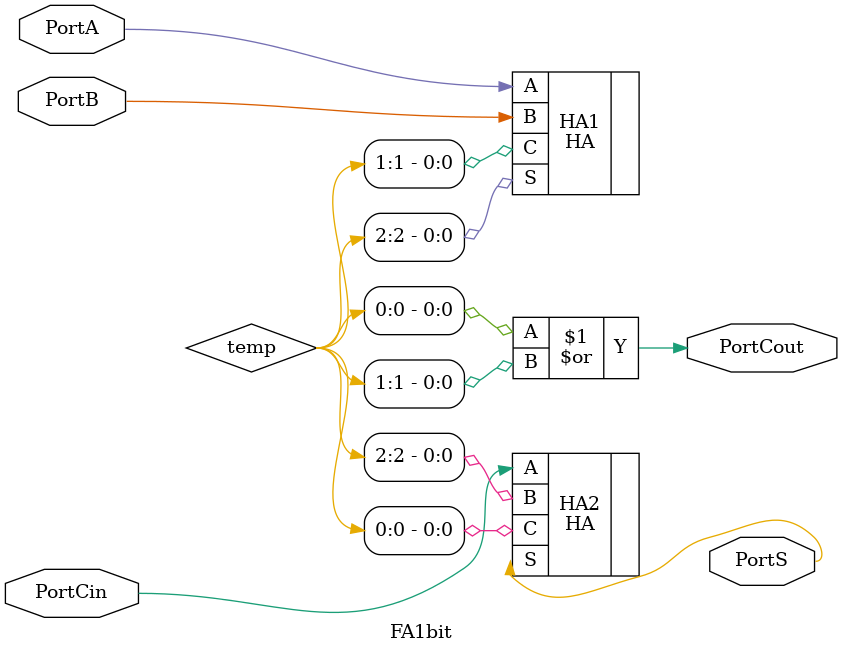
<source format=v>
`timescale 1ns / 1ps
module FA1bit(
    input PortA,
    input PortB,
    input PortCin,
    output PortS,
    output PortCout
    );
    
    wire [2:0] temp;
    HA HA1(
        .A(PortA),
        .B(PortB),
        .S(temp[2]),
        .C(temp[1])
        );
    HA HA2(
        .A(PortCin),
        .B(temp[2]),
        .S(PortS),
        .C(temp[0])
        );
    or(PortCout, temp[0], temp[1]);
endmodule

</source>
